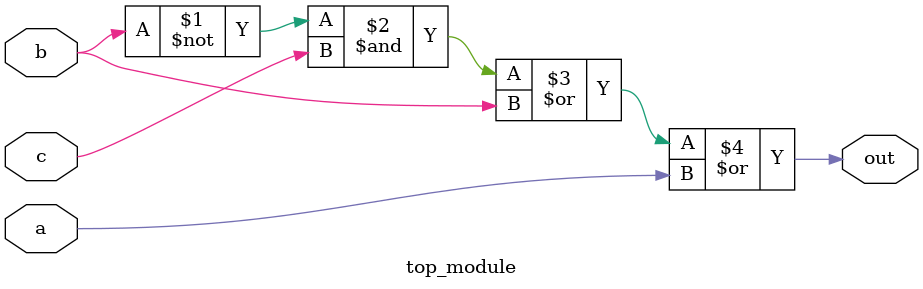
<source format=sv>
module top_module(
    input a, 
    input b,
    input c,
    output out
);

    assign out = (~b & c) | b | a;

endmodule

</source>
